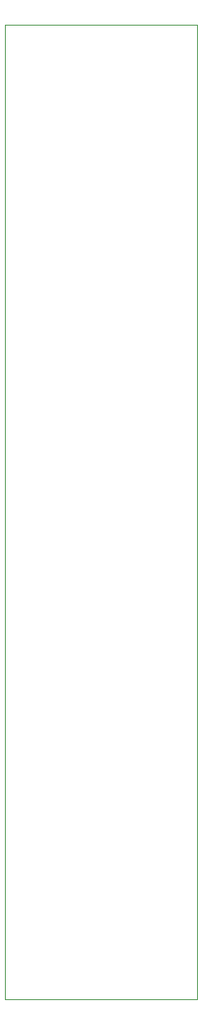
<source format=gbr>
%TF.GenerationSoftware,KiCad,Pcbnew,6.0.7+dfsg-1~bpo11+1*%
%TF.CreationDate,2022-10-24T23:46:05+08:00*%
%TF.ProjectId,MiniDelay,4d696e69-4465-46c6-9179-2e6b69636164,rev?*%
%TF.SameCoordinates,Original*%
%TF.FileFunction,Profile,NP*%
%FSLAX46Y46*%
G04 Gerber Fmt 4.6, Leading zero omitted, Abs format (unit mm)*
G04 Created by KiCad (PCBNEW 6.0.7+dfsg-1~bpo11+1) date 2022-10-24 23:46:05*
%MOMM*%
%LPD*%
G01*
G04 APERTURE LIST*
%TA.AperFunction,Profile*%
%ADD10C,0.100000*%
%TD*%
G04 APERTURE END LIST*
D10*
X111000000Y-156600000D02*
X111000000Y-56600000D01*
X111000000Y-56600000D02*
X130700000Y-56600000D01*
X130700000Y-56600000D02*
X130700000Y-156600000D01*
X130700000Y-156600000D02*
X111000000Y-156600000D01*
M02*

</source>
